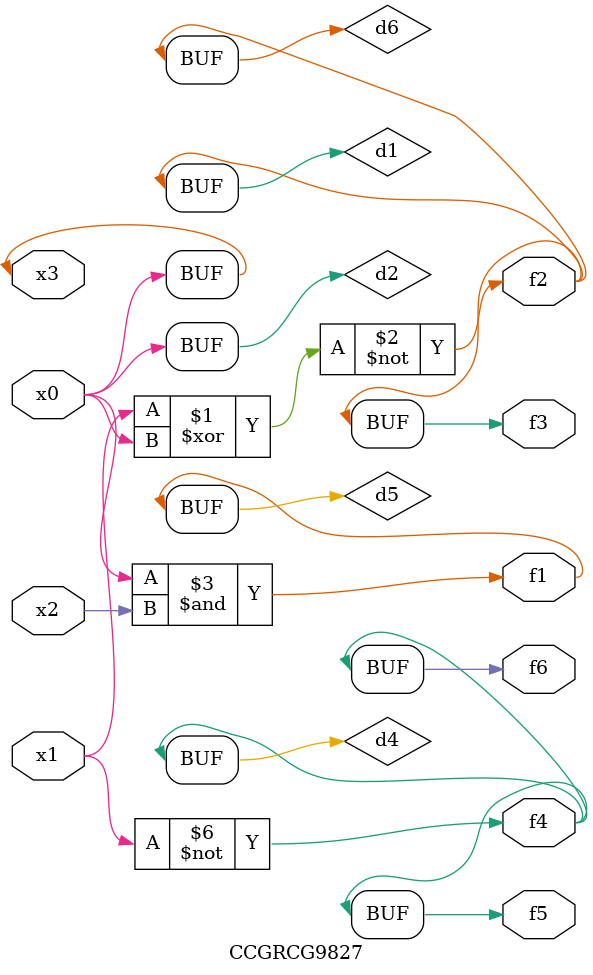
<source format=v>
module CCGRCG9827(
	input x0, x1, x2, x3,
	output f1, f2, f3, f4, f5, f6
);

	wire d1, d2, d3, d4, d5, d6;

	xnor (d1, x1, x3);
	buf (d2, x0, x3);
	nand (d3, x0, x2);
	not (d4, x1);
	nand (d5, d3);
	or (d6, d1);
	assign f1 = d5;
	assign f2 = d6;
	assign f3 = d6;
	assign f4 = d4;
	assign f5 = d4;
	assign f6 = d4;
endmodule

</source>
